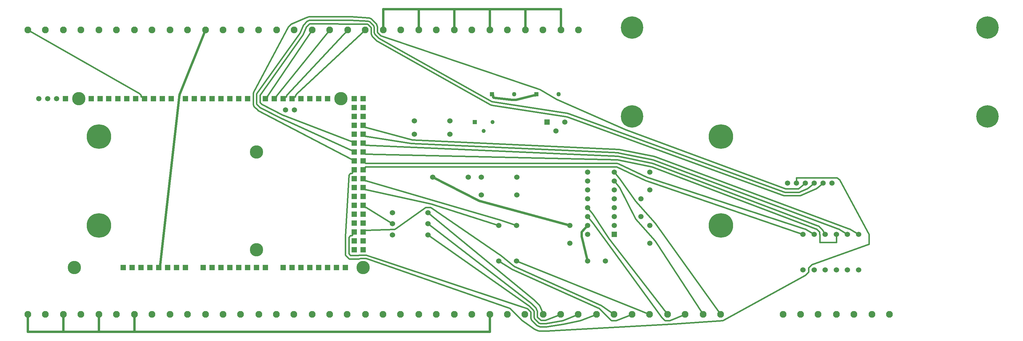
<source format=gbr>
G04 DipTrace 3.3.1.3*
G04 Top.gbr*
%MOIN*%
G04 #@! TF.FileFunction,Copper,L1,Top*
G04 #@! TF.Part,Single*
G04 #@! TA.AperFunction,Conductor*
%ADD13C,0.025984*%
%ADD14C,0.015748*%
G04 #@! TA.AperFunction,ComponentPad*
%ADD17C,0.076772*%
%ADD18R,0.059055X0.059055*%
%ADD19C,0.15*%
%ADD20R,0.05X0.05*%
%ADD21C,0.05*%
%ADD22C,0.06*%
%ADD23C,0.059055*%
%ADD24C,0.275591*%
%ADD25C,0.251969*%
%ADD26C,0.045996*%
%ADD27R,0.046X0.046*%
%FSLAX26Y26*%
G04*
G70*
G90*
G75*
G01*
G04 Top*
%LPD*%
X4613066Y3867980D2*
D13*
Y4101149D1*
X5013066D1*
Y3867980D1*
X6613066D2*
Y4101239D1*
X6213066D1*
Y3867980D1*
X5813066D2*
Y4101239D1*
X6213066D1*
X5413066Y3867980D2*
Y4101239D1*
X5813066D1*
X5013066Y4101149D2*
X5413066Y4101239D1*
X6338066Y3142980D2*
X6326058Y3130972D1*
X6307684D1*
X6111172Y3081365D1*
X6064960D1*
X5857684Y3104987D1*
X5850074Y3112598D1*
Y3130972D1*
X5838066Y3142980D1*
X1013070Y667980D2*
Y472357D1*
X1413070D1*
Y667980D1*
Y472357D2*
X1813070D1*
Y667980D1*
X5813066D2*
Y472357D1*
X1813070D1*
X1013070D2*
X613070D1*
Y667980D1*
X2613066Y3867980D2*
X2321924Y3137672D1*
X2104606Y1227889D1*
Y1209519D1*
X2088066Y1192980D1*
X6913066Y1667980D2*
X6849369Y1597889D1*
X6846924Y1591987D1*
Y1543972D1*
X6913066Y1267980D1*
X6713066Y1667980D2*
X5694613Y1944783D1*
X5688535Y1947298D1*
X5169318Y2211728D1*
X9963066Y1567980D2*
D14*
X9865346Y1627739D1*
X9861149Y1629476D1*
X7668775Y2443314D1*
X7653649Y2447113D1*
X7267976Y2524720D1*
X7260889Y2525854D1*
X4939983Y2631483D1*
X4420854Y2771326D1*
X4409720D1*
X4388066Y2792980D1*
X5118712Y1811397D2*
X6310413Y830283D1*
X6369070Y771625D1*
X6377987Y756747D1*
X6390535Y726476D1*
X6413066Y667980D1*
X5118712Y1686397D2*
X6280330Y791743D1*
X6330531Y741543D1*
X6334527Y734869D1*
X6344342Y711204D1*
X6346235Y703657D1*
Y643838D1*
X6348787Y637680D1*
X6382767Y603700D1*
X6388924Y601149D1*
X6437208D1*
X6609917Y667980D1*
X3813066Y3867980D2*
X3309720Y3125767D1*
Y3114633D1*
X3288066Y3092980D1*
X4009917Y3867980D2*
X3409720Y3125767D1*
Y3114633D1*
X3388066Y3092980D1*
X4213066Y3867980D2*
X3527043Y3135554D1*
X3525468Y3119247D1*
X3520854Y3114633D1*
X3509720D1*
X3488066Y3092980D1*
X4409917Y3867980D2*
X3645491Y3154003D1*
X3627043Y3135554D1*
X3625468Y3119247D1*
X3620854Y3114633D1*
X3609720D1*
X3588066Y3092980D1*
X5118712Y1561397D2*
X6257814Y762893D1*
X6301680Y719027D1*
X6301999Y718495D1*
X6309767Y699771D1*
X6309917Y699169D1*
Y636791D1*
X6310066Y636188D1*
X6317834Y617464D1*
X6318153Y616932D1*
X6362019Y573066D1*
X6362550Y572747D1*
X6381275Y564980D1*
X6381877Y564830D1*
X6444255D1*
X6634669Y598098D1*
X6806767Y667980D1*
X5913066Y1667980D2*
X5149787Y1912220D1*
X5149617Y1912263D1*
X4420854Y2071326D1*
X4409720D1*
X4388066Y2092980D1*
X7013066Y667980D2*
X6831519Y598098D1*
X6641861Y558728D1*
X6448743Y528511D1*
X6377389D1*
X6369842Y530405D1*
X6346176Y540220D1*
X6339503Y544216D1*
X6289302Y594417D1*
X6285306Y601090D1*
X6275491Y624755D1*
X6273598Y632302D1*
Y692121D1*
X6271046Y698279D1*
X6237066Y732259D1*
X6230909Y734810D1*
X4431857Y1332271D1*
X4423968Y1334251D1*
X4352165D1*
X4325082Y1332125D1*
X4245322D1*
X4227043Y1350405D1*
Y1535554D1*
X4245491Y1554003D1*
X4261798Y1555578D1*
X4266413Y1560192D1*
Y1571326D1*
X4288066Y1592980D1*
X4718712Y1686397D2*
X4420854Y1871326D1*
X4409720D1*
X4388066Y1892980D1*
X7209917Y667980D2*
X7067897Y767739D1*
X7066334Y768676D1*
X6085787Y1208220D1*
X5940346Y1327739D1*
X5145991Y1871157D1*
X5141794Y1872893D1*
X5095629D1*
X5091432Y1871157D1*
X4745991Y1626637D1*
X4741794Y1624901D1*
X4420854Y1614633D1*
X4409720D1*
X4388066Y1592980D1*
X613070Y3867980D2*
X1868621Y3154003D1*
X1887086Y3135554D1*
X1888661Y3119247D1*
X1893275Y3114633D1*
X1904413D1*
X1926066Y3092980D1*
X9838066Y1567980D2*
X9740346Y1627739D1*
X9736149Y1629476D1*
X7656381Y2405834D1*
X7648783Y2407743D1*
X7260062Y2486117D1*
X7257763Y2486483D1*
X4932161Y2592113D1*
X4420854Y2671326D1*
X4409720D1*
X4388066Y2692980D1*
X9463066Y1567980D2*
X9365346Y1627739D1*
X9361149Y1629476D1*
X7590078Y2206956D1*
X7586054Y2208621D1*
X7262377Y2360712D1*
X7243885Y2368373D1*
X4412672D1*
X4388066Y2392980D1*
X9588066Y1567980D2*
X9556165Y1617613D1*
X9512700Y1661078D1*
X9512554Y1661169D1*
X9494141Y1668802D1*
X7643885Y2368373D1*
X7253649Y2447113D1*
X4420854Y2571326D1*
X4409720D1*
X4388066Y2592980D1*
X9713066Y1567980D2*
Y1477424D1*
X9528306D1*
Y1540700D1*
X9526570Y1544897D1*
X9524562Y1591062D1*
X9522826Y1595259D1*
X9490346Y1627739D1*
X9486149Y1629476D1*
X7636054Y2329003D1*
X7248783Y2407743D1*
X4420854Y2471326D1*
X4409720D1*
X4388066Y2492980D1*
X9338066Y1567980D2*
X7582247Y2167586D1*
X7563755Y2175247D1*
X7240078Y2327338D1*
X7236054Y2329003D1*
X4412956D1*
X4409720Y2325767D1*
Y2314633D1*
X4388066Y2292980D1*
X6913066Y1767980D2*
X6972424Y1694991D1*
X7746200Y635952D1*
X7781039Y601113D1*
X7788314Y598098D1*
X7837818D1*
X8009917Y667980D1*
X6913066Y1867980D2*
X6972424Y1794991D1*
X7152043Y1525405D1*
X7813066Y667980D1*
X7213066Y2267980D2*
X7272424Y2194991D1*
X7453708Y1940968D1*
X7672424Y1694991D1*
X8409917Y667980D1*
X7213066Y2167980D2*
X7272424Y2094991D1*
X7453708Y1740968D1*
X7672424Y1494991D1*
X8213066Y667980D1*
X5913066Y1267980D2*
X6063578Y1174791D1*
X7045094Y734846D1*
X7177889Y601113D1*
X7185165Y598098D1*
X7234669D1*
X7413066Y667980D1*
X6113066Y1267980D2*
X7437818Y737861D1*
X7609917Y667980D1*
X6113066Y1667980D2*
X5936149Y1729476D1*
X4420854Y2171326D1*
X4409720D1*
X4388066Y2192980D1*
X9563066Y2142980D2*
X9490078Y2083621D1*
X9412377Y2050247D1*
X9330090Y2014952D1*
X9306381Y2005125D1*
X9298783Y2003216D1*
X9127350D1*
X9119751Y2005125D1*
X6679806Y2891503D1*
X5832948Y3021109D1*
X5815751Y3028231D1*
X4547239Y3742334D1*
X4540968Y3746094D1*
X4491180Y3795881D1*
X4487420Y3802153D1*
X4477739Y3825499D1*
X4475960Y3832594D1*
Y3891968D1*
X4473531Y3897834D1*
X4439771Y3931594D1*
X4433905Y3934023D1*
X3788314Y3937861D1*
X3781039Y3934846D1*
X3746200Y3900007D1*
X3710613Y3814712D1*
X3709676Y3813149D1*
X3227239Y3135472D1*
Y3050487D1*
X3245574Y3032153D1*
X3486054Y2908621D1*
X3490078Y2906956D1*
X4255279Y2614633D1*
X4266413D1*
X4288066Y2592980D1*
X9463066Y2142980D2*
X9390078Y2083621D1*
X9312377Y2050247D1*
X9293885Y2042586D1*
X9132247D1*
X6687637Y2930873D1*
X5840779Y3060480D1*
X5838050Y3061609D1*
X4563259Y3774157D1*
X4562991Y3774318D1*
X4519405Y3817905D1*
X4519243Y3818172D1*
X4511566Y3836684D1*
X4511491Y3836983D1*
Y3898976D1*
X4511417Y3899275D1*
X4503739Y3917787D1*
X4503578Y3918054D1*
X4459991Y3961641D1*
X4459724Y3961802D1*
X4441212Y3969480D1*
X4440913Y3969554D1*
X4245011Y3977231D1*
X3781121D1*
X3779354Y3976787D1*
X3759798Y3968676D1*
X3758235Y3967739D1*
X3713306Y3922810D1*
X3712369Y3921247D1*
X3676783Y3835952D1*
X3191172Y3154869D1*
X3188066Y3147373D1*
Y3038586D1*
X3191172Y3031090D1*
X3226176Y2996086D1*
X3463755Y2875247D1*
X4255279Y2514633D1*
X4266413D1*
X4288066Y2492980D1*
X9363066Y2142980D2*
X9290078Y2083621D1*
X9286054Y2081956D1*
X9140078D1*
X7364172Y2738259D1*
X7338054Y2749086D1*
X6563621Y3087460D1*
X6376113Y3199476D1*
X4589078Y3801936D1*
X4583212Y3804365D1*
X4549452Y3838125D1*
X4547023Y3843991D1*
Y3903365D1*
X4545243Y3910460D1*
X4535562Y3933806D1*
X4531802Y3940078D1*
X4482015Y3989865D1*
X4475743Y3993625D1*
X4452397Y4003306D1*
X4445302Y4005086D1*
X4249877Y4016602D1*
X3776255D1*
X3766960Y4014267D1*
X3742046Y4003940D1*
X3577889Y3934846D1*
X3543050Y3900007D1*
X3157487Y3175952D1*
X3149357Y3156342D1*
X3148893Y3154499D1*
Y3031460D1*
X3149357Y3029617D1*
X3157487Y3010007D1*
X3158464Y3008377D1*
X3203464Y2963377D1*
X3205094Y2962401D1*
X4255279Y2414633D1*
X4266413D1*
X4288066Y2392980D1*
X9263066Y2142980D2*
Y2203649D1*
X9721661D1*
X9750417Y2179987D1*
X10079527Y1566354D1*
X10079487Y1458684D1*
X9435787Y1227739D1*
X9403306Y1195259D1*
X9401570Y1191062D1*
X9399562Y1144897D1*
X9397826Y1140700D1*
X9365346Y1108220D1*
X8441944Y601113D1*
X8434669Y598098D1*
X7845011Y558728D1*
X6454743Y479987D1*
X6371389D1*
X6354570Y484212D1*
X6324298Y496759D1*
X6309420Y505676D1*
X6174739Y601113D1*
X6041944Y734846D1*
X6034669Y737861D1*
X4420188Y1296980D1*
X4419385Y1297180D1*
X4356747D1*
X4336983Y1292928D1*
X4233594Y1292586D1*
X4225952Y1295751D1*
X4190838Y1330865D1*
X4187672Y1338507D1*
Y1547452D1*
X4227043Y2235554D1*
X4245491Y2254003D1*
X4261798Y2255578D1*
X4266413Y2260192D1*
Y2271326D1*
X4288066Y2292980D1*
D17*
X2613066Y3867980D3*
X2809917D3*
X3013066D3*
X3209917D3*
X3413066D3*
X3609917D3*
X6213066D3*
X6409917D3*
X613070Y667980D3*
X809920D3*
X6613066Y3867980D3*
X6809917D3*
X4613066D3*
X4809917D3*
D18*
X4388066Y1392980D3*
Y1492980D3*
Y1592980D3*
Y1692980D3*
Y1792980D3*
Y1892980D3*
Y1992980D3*
Y2092980D3*
Y2192980D3*
Y2292980D3*
Y2392980D3*
Y2492980D3*
Y2592980D3*
Y2692980D3*
Y2792980D3*
Y2892980D3*
Y2992980D3*
X4288066Y3092980D3*
Y1392980D3*
Y1492980D3*
Y1592980D3*
Y1692980D3*
Y1792980D3*
Y1892980D3*
Y1992980D3*
Y2092980D3*
Y2192980D3*
Y2292980D3*
Y2392980D3*
Y2492980D3*
Y2592980D3*
Y2692980D3*
Y2792980D3*
Y2892980D3*
Y2992980D3*
X4388066Y3092980D3*
X2188066Y1192980D3*
X1988066D3*
X1888066D3*
X1788066D3*
X1688066D3*
X3088066D3*
X2988066D3*
X2888066D3*
X2788066D3*
X2688066D3*
X2588066D3*
X2226066Y3092980D3*
X2126066D3*
X2026066D3*
X1926066D3*
X1826066D3*
X1726066D3*
X1626066D3*
X1525066D3*
X1426066D3*
X1326066D3*
X3088066D3*
X2988066D3*
X2888066D3*
X2788066D3*
X2688066D3*
X2588066D3*
X2488066D3*
X2388066D3*
X3288066D3*
X3388066D3*
X3488066D3*
X3588066D3*
X3688066D3*
X3788066D3*
X3888066D3*
X3988066D3*
X3188066Y1192980D3*
X3288066D3*
X3488066D3*
X3588066D3*
X3688066D3*
X3788066D3*
X3888066D3*
X3988066D3*
X4088066D3*
X4188066D3*
X2088066D3*
X2388066D3*
X2288066D3*
D19*
X1138066D3*
X1188066Y3092980D3*
X3188066Y1392980D3*
Y2492980D3*
X4388066Y1192980D3*
X4138066Y3092980D3*
D17*
X1013070Y3867980D3*
X1209920D3*
D20*
X5838066Y3142980D3*
D21*
X6088066D3*
D17*
X9113066Y667980D3*
X9309917D3*
X9506767D3*
X5013066Y3867980D3*
X5209917D3*
X5413066D3*
X5609917D3*
X5813066D3*
X6009917D3*
X1013070Y667980D3*
X1209920D3*
X1413070D3*
X1609920D3*
D22*
X5569318Y2211728D3*
X5169318D3*
D17*
X1413070Y3867980D3*
X1609920D3*
D22*
X5363066Y2842980D3*
X4963066D3*
D20*
X6338066Y3142980D3*
D21*
X6588066D3*
D17*
X7013066Y667980D3*
X7209917D3*
X5813066D3*
X6009917D3*
X6206767D3*
X6413066D3*
X6609917D3*
X6806767D3*
X7413066D3*
X7609917D3*
X7813066D3*
X8009917D3*
X8213066D3*
X8409917D3*
X2613066D3*
X2809917D3*
X3006767D3*
D18*
X7213066Y1567980D3*
D23*
Y1667980D3*
Y1767980D3*
Y1867980D3*
Y1967980D3*
Y2067980D3*
Y2167980D3*
Y2267980D3*
X6913066D3*
Y2167980D3*
Y2067980D3*
Y1967980D3*
Y1867980D3*
Y1767980D3*
Y1667980D3*
Y1567980D3*
D22*
X9463066Y1167980D3*
Y1567980D3*
X9338066Y1167980D3*
Y1567980D3*
X9588066Y1167980D3*
Y1567980D3*
X9713066Y1167980D3*
Y1567980D3*
X9838066Y1167980D3*
Y1567980D3*
X9963066Y1167980D3*
Y1567980D3*
X4963066Y2692980D3*
X5363066D3*
X4718712Y1811397D3*
X5118712D3*
X4718712Y1686397D3*
X5118712D3*
X4718712Y1561397D3*
X5118712D3*
D24*
X1413070Y2667980D3*
Y1667980D3*
D18*
X6456818Y2830480D3*
D23*
X6556818Y2730480D3*
X6656818Y2830480D3*
X7613066Y1467980D3*
Y1667980D3*
X7513066Y1967980D3*
Y1767980D3*
X7613066Y2067980D3*
Y2267980D3*
X6713066Y1467980D3*
Y1667980D3*
X6913066Y1267980D3*
X7113066D3*
X3513066Y2967980D3*
X3613066D3*
D22*
X5913066Y1267980D3*
Y1667980D3*
X6113066Y1267980D3*
Y1667980D3*
D23*
X9663066Y2142980D3*
X9163066D3*
D25*
X11413070Y2892980D3*
Y3892980D3*
X7413066D3*
Y2892980D3*
D23*
X9563066Y2142980D3*
X9463066D3*
X9363066D3*
X9263066D3*
D24*
X8413066Y2667980D3*
Y1667980D3*
D17*
X613070Y3867980D3*
X809920D3*
X1813070D3*
X2009920D3*
X2213066D3*
X2409917D3*
X3813066D3*
X4009917D3*
X4213066D3*
X4409917D3*
X9713066Y667980D3*
X9909917D3*
X10113070D3*
X10309920D3*
X3213066D3*
X3409917D3*
X3606767D3*
X3813066D3*
X4009917D3*
X4206767D3*
X4413066D3*
X4609917D3*
X4806767D3*
X5013066D3*
X5209917D3*
X5413066D3*
X5609917D3*
D26*
X5844318Y2830480D3*
D27*
X5644318D3*
D26*
X5744318Y2730480D3*
D18*
X1038857Y3092980D3*
D23*
X938857D3*
X838857D3*
X738857D3*
D17*
X1813070Y667980D3*
X2009920D3*
X2213066D3*
X2409917D3*
D22*
X5718712Y2211397D3*
X6118712D3*
X5718712Y2011397D3*
X6118712D3*
M02*

</source>
